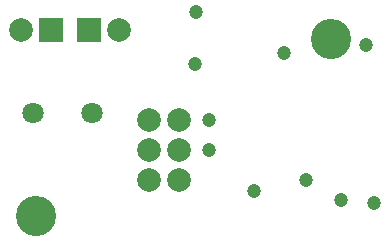
<source format=gbs>
G04 Layer_Color=8150272*
%FSLAX44Y44*%
%MOMM*%
G71*
G01*
G75*
%ADD37R,2.0032X2.0032*%
%ADD38C,2.0032*%
%ADD39C,1.8032*%
%ADD40C,3.4032*%
%ADD41C,1.2032*%
D37*
X453200Y592550D02*
D03*
X484950D02*
D03*
D38*
X427800D02*
D03*
X535750Y465550D02*
D03*
X561150D02*
D03*
X535750Y516350D02*
D03*
Y490950D02*
D03*
X561150D02*
D03*
Y516350D02*
D03*
X510350Y592550D02*
D03*
D39*
X437500Y522700D02*
D03*
X487500D02*
D03*
D40*
X440000Y435000D02*
D03*
X690000Y585000D02*
D03*
D41*
X586550Y516350D02*
D03*
X669100Y465550D02*
D03*
X586550Y490950D02*
D03*
X698450Y448900D02*
D03*
X650050Y573500D02*
D03*
X576050Y607650D02*
D03*
X575300Y563950D02*
D03*
X719900Y579850D02*
D03*
X726250Y446500D02*
D03*
X624650Y456201D02*
D03*
M02*

</source>
